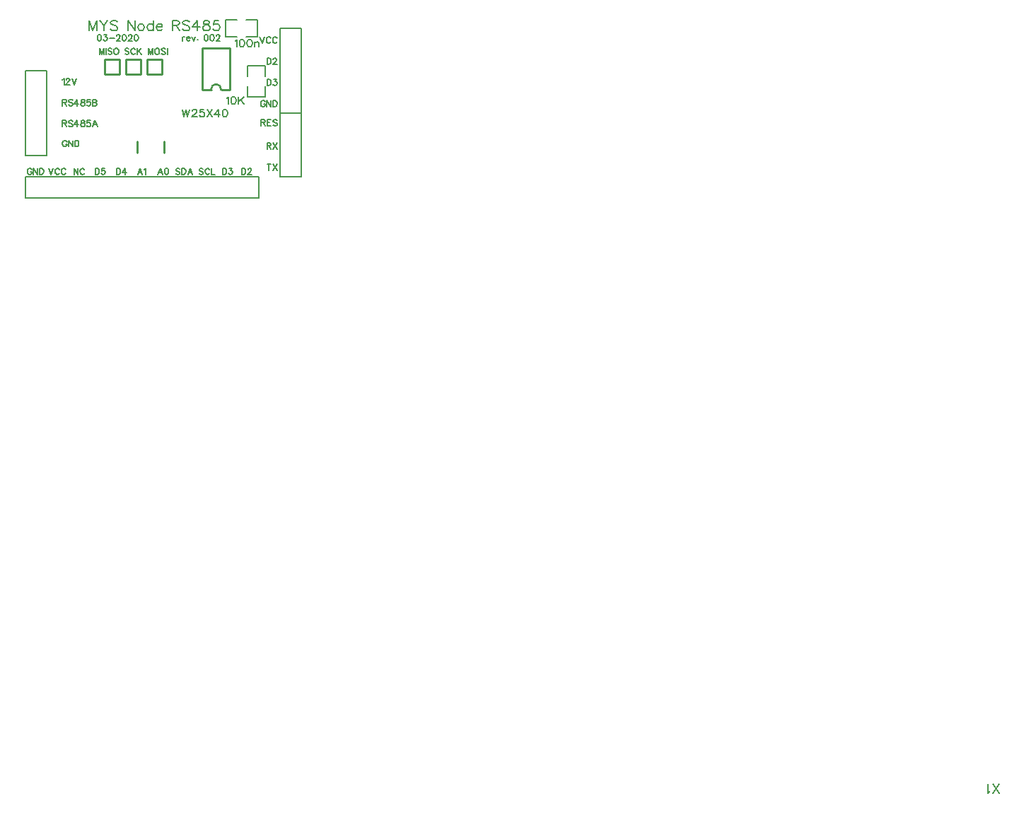
<source format=gto>
G04 Layer: TopSilkLayer*
G04 EasyEDA v6.3.22, 2020-04-13T19:48:14+03:00*
G04 c1887ebba72c451f92d8c784103bdae8,b00fa10de7d64fab8ce431aff4cbea96,10*
G04 Gerber Generator version 0.2*
G04 Scale: 100 percent, Rotated: No, Reflected: No *
G04 Dimensions in inches *
G04 leading zeros omitted , absolute positions ,2 integer and 4 decimal *
%FSLAX24Y24*%
%MOIN*%
G90*
G70D02*

%ADD10C,0.010000*%
%ADD32C,0.007870*%
%ADD33C,0.008000*%
%ADD34C,0.007992*%
%ADD35C,0.007900*%
%ADD36C,0.006000*%

%LPD*%
G54D10*
G01X8863Y5219D02*
G01X8430Y5219D01*
G01X8430Y7184D01*
G01X8430Y7184D02*
G01X9757Y7184D01*
G01X9757Y7184D02*
G01X9757Y5219D01*
G01X9328Y5219D01*
G54D32*
G01X10518Y7692D02*
G01X11038Y7692D01*
G01X11038Y8507D01*
G01X10518Y8507D01*
G01X10072Y7692D02*
G01X9553Y7692D01*
G01X9553Y8507D01*
G01X10072Y8507D01*
G54D10*
G01X5370Y2755D02*
G01X5370Y2244D01*
G01X6629Y2244D02*
G01X6629Y2755D01*
G54D32*
G01X10592Y5381D02*
G01X10592Y4861D01*
G01X11407Y4861D01*
G01X11407Y5381D01*
G01X10592Y5827D02*
G01X10592Y6346D01*
G01X11407Y6346D01*
G01X11407Y5827D01*
G54D33*
G01X13100Y3350D02*
G01X13100Y4100D01*
G01X12100Y4100D01*
G01X12100Y1100D01*
G01X13100Y1100D01*
G54D34*
G01X13100Y1100D02*
G01X13100Y3350D01*
G54D33*
G01X13100Y4100D02*
G01X12100Y4100D01*
G01X12100Y8100D01*
G01X13100Y8100D01*
G01X13100Y7350D01*
G54D34*
G01X13100Y4100D02*
G01X13100Y7350D01*
G54D35*
G01X850Y1100D02*
G01X11100Y1100D01*
G01X100Y1100D02*
G01X850Y1100D01*
G01X100Y100D02*
G01X100Y1100D01*
G01X100Y100D02*
G01X11100Y100D01*
G01X11100Y100D02*
G01X11100Y1100D01*
G54D33*
G01X100Y6100D02*
G01X1100Y6100D01*
G01X1100Y2100D01*
G01X100Y2100D01*
G01X100Y2850D01*
G54D34*
G01X100Y6100D02*
G01X100Y2850D01*
G54D10*
G01X5850Y6650D02*
G01X6550Y6650D01*
G01X6550Y5950D01*
G01X5850Y5950D01*
G01X5850Y6650D01*
G01X3850Y6650D02*
G01X4550Y6650D01*
G01X4550Y5950D01*
G01X3850Y5950D01*
G01X3850Y6650D01*
G01X4850Y6650D02*
G01X5550Y6650D01*
G01X5550Y5950D01*
G01X4850Y5950D01*
G01X4850Y6650D01*
G54D33*
G01X9400Y1499D02*
G01X9400Y1213D01*
G01X9400Y1499D02*
G01X9496Y1499D01*
G01X9535Y1485D01*
G01X9564Y1458D01*
G01X9577Y1431D01*
G01X9590Y1390D01*
G01X9590Y1322D01*
G01X9577Y1281D01*
G01X9564Y1254D01*
G01X9535Y1226D01*
G01X9496Y1213D01*
G01X9400Y1213D01*
G01X9707Y1499D02*
G01X9857Y1499D01*
G01X9777Y1390D01*
G01X9817Y1390D01*
G01X9844Y1376D01*
G01X9857Y1363D01*
G01X9872Y1322D01*
G01X9872Y1294D01*
G01X9857Y1254D01*
G01X9831Y1226D01*
G01X9789Y1213D01*
G01X9748Y1213D01*
G01X9707Y1226D01*
G01X9694Y1240D01*
G01X9681Y1267D01*
G01X8491Y1458D02*
G01X8464Y1485D01*
G01X8423Y1499D01*
G01X8368Y1499D01*
G01X8327Y1485D01*
G01X8300Y1458D01*
G01X8300Y1431D01*
G01X8314Y1404D01*
G01X8327Y1390D01*
G01X8354Y1376D01*
G01X8436Y1349D01*
G01X8464Y1335D01*
G01X8477Y1322D01*
G01X8491Y1294D01*
G01X8491Y1254D01*
G01X8464Y1226D01*
G01X8423Y1213D01*
G01X8368Y1213D01*
G01X8327Y1226D01*
G01X8300Y1254D01*
G01X8785Y1431D02*
G01X8772Y1458D01*
G01X8744Y1485D01*
G01X8717Y1499D01*
G01X8663Y1499D01*
G01X8635Y1485D01*
G01X8608Y1458D01*
G01X8594Y1431D01*
G01X8581Y1390D01*
G01X8581Y1322D01*
G01X8594Y1281D01*
G01X8608Y1254D01*
G01X8635Y1226D01*
G01X8663Y1213D01*
G01X8717Y1213D01*
G01X8744Y1226D01*
G01X8772Y1254D01*
G01X8785Y1281D01*
G01X8875Y1499D02*
G01X8875Y1213D01*
G01X8875Y1213D02*
G01X9039Y1213D01*
G01X7391Y1458D02*
G01X7364Y1485D01*
G01X7323Y1499D01*
G01X7268Y1499D01*
G01X7227Y1485D01*
G01X7200Y1458D01*
G01X7200Y1431D01*
G01X7214Y1404D01*
G01X7227Y1390D01*
G01X7254Y1376D01*
G01X7336Y1349D01*
G01X7364Y1335D01*
G01X7377Y1322D01*
G01X7391Y1294D01*
G01X7391Y1254D01*
G01X7364Y1226D01*
G01X7323Y1213D01*
G01X7268Y1213D01*
G01X7227Y1226D01*
G01X7200Y1254D01*
G01X7481Y1499D02*
G01X7481Y1213D01*
G01X7481Y1499D02*
G01X7576Y1499D01*
G01X7617Y1485D01*
G01X7644Y1458D01*
G01X7658Y1431D01*
G01X7672Y1390D01*
G01X7672Y1322D01*
G01X7658Y1281D01*
G01X7644Y1254D01*
G01X7617Y1226D01*
G01X7576Y1213D01*
G01X7481Y1213D01*
G01X7871Y1499D02*
G01X7762Y1213D01*
G01X7871Y1499D02*
G01X7980Y1213D01*
G01X7803Y1308D02*
G01X7939Y1308D01*
G01X6469Y1504D02*
G01X6360Y1218D01*
G01X6469Y1504D02*
G01X6578Y1218D01*
G01X6401Y1313D02*
G01X6537Y1313D01*
G01X6750Y1504D02*
G01X6709Y1490D01*
G01X6682Y1449D01*
G01X6668Y1381D01*
G01X6668Y1340D01*
G01X6682Y1272D01*
G01X6709Y1231D01*
G01X6750Y1218D01*
G01X6777Y1218D01*
G01X6818Y1231D01*
G01X6845Y1272D01*
G01X6859Y1340D01*
G01X6859Y1381D01*
G01X6845Y1449D01*
G01X6818Y1490D01*
G01X6777Y1504D01*
G01X6750Y1504D01*
G01X5509Y1499D02*
G01X5399Y1213D01*
G01X5509Y1499D02*
G01X5618Y1213D01*
G01X5440Y1308D02*
G01X5577Y1308D01*
G01X5708Y1444D02*
G01X5735Y1458D01*
G01X5776Y1499D01*
G01X5776Y1213D01*
G01X4399Y1499D02*
G01X4399Y1213D01*
G01X4399Y1499D02*
G01X4495Y1499D01*
G01X4536Y1485D01*
G01X4563Y1458D01*
G01X4577Y1431D01*
G01X4590Y1390D01*
G01X4590Y1322D01*
G01X4577Y1281D01*
G01X4563Y1254D01*
G01X4536Y1226D01*
G01X4495Y1213D01*
G01X4399Y1213D01*
G01X4817Y1499D02*
G01X4680Y1308D01*
G01X4885Y1308D01*
G01X4817Y1499D02*
G01X4817Y1213D01*
G01X3400Y1499D02*
G01X3400Y1213D01*
G01X3400Y1499D02*
G01X3496Y1499D01*
G01X3536Y1485D01*
G01X3563Y1458D01*
G01X3576Y1431D01*
G01X3590Y1390D01*
G01X3590Y1322D01*
G01X3576Y1281D01*
G01X3563Y1254D01*
G01X3536Y1226D01*
G01X3496Y1213D01*
G01X3400Y1213D01*
G01X3844Y1499D02*
G01X3707Y1499D01*
G01X3694Y1376D01*
G01X3707Y1390D01*
G01X3748Y1404D01*
G01X3790Y1404D01*
G01X3830Y1390D01*
G01X3857Y1363D01*
G01X3871Y1322D01*
G01X3871Y1294D01*
G01X3857Y1254D01*
G01X3830Y1226D01*
G01X3790Y1213D01*
G01X3748Y1213D01*
G01X3707Y1226D01*
G01X3694Y1240D01*
G01X3680Y1267D01*
G01X2400Y1500D02*
G01X2400Y1213D01*
G01X2400Y1500D02*
G01X2590Y1213D01*
G01X2590Y1500D02*
G01X2590Y1213D01*
G01X2884Y1430D02*
G01X2871Y1459D01*
G01X2844Y1486D01*
G01X2817Y1500D01*
G01X2763Y1500D01*
G01X2734Y1486D01*
G01X2707Y1459D01*
G01X2694Y1430D01*
G01X2680Y1390D01*
G01X2680Y1321D01*
G01X2694Y1280D01*
G01X2707Y1253D01*
G01X2734Y1226D01*
G01X2763Y1213D01*
G01X2817Y1213D01*
G01X2844Y1226D01*
G01X2871Y1253D01*
G01X2884Y1280D01*
G01X1199Y1499D02*
G01X1308Y1213D01*
G01X1417Y1499D02*
G01X1308Y1213D01*
G01X1711Y1431D02*
G01X1698Y1458D01*
G01X1670Y1485D01*
G01X1643Y1499D01*
G01X1589Y1499D01*
G01X1561Y1485D01*
G01X1534Y1458D01*
G01X1520Y1431D01*
G01X1507Y1390D01*
G01X1507Y1322D01*
G01X1520Y1281D01*
G01X1534Y1254D01*
G01X1561Y1226D01*
G01X1589Y1213D01*
G01X1643Y1213D01*
G01X1670Y1226D01*
G01X1698Y1254D01*
G01X1711Y1281D01*
G01X2006Y1431D02*
G01X1992Y1458D01*
G01X1965Y1485D01*
G01X1938Y1499D01*
G01X1883Y1499D01*
G01X1856Y1485D01*
G01X1829Y1458D01*
G01X1815Y1431D01*
G01X1801Y1390D01*
G01X1801Y1322D01*
G01X1815Y1281D01*
G01X1829Y1254D01*
G01X1856Y1226D01*
G01X1883Y1213D01*
G01X1938Y1213D01*
G01X1965Y1226D01*
G01X1992Y1254D01*
G01X2006Y1281D01*
G01X403Y1431D02*
G01X389Y1458D01*
G01X362Y1485D01*
G01X335Y1499D01*
G01X280Y1499D01*
G01X253Y1485D01*
G01X226Y1458D01*
G01X212Y1431D01*
G01X199Y1390D01*
G01X199Y1322D01*
G01X212Y1281D01*
G01X226Y1254D01*
G01X253Y1226D01*
G01X280Y1213D01*
G01X335Y1213D01*
G01X362Y1226D01*
G01X389Y1254D01*
G01X403Y1281D01*
G01X403Y1322D01*
G01X335Y1322D02*
G01X403Y1322D01*
G01X493Y1499D02*
G01X493Y1213D01*
G01X493Y1499D02*
G01X684Y1213D01*
G01X684Y1499D02*
G01X684Y1213D01*
G01X774Y1499D02*
G01X774Y1213D01*
G01X774Y1499D02*
G01X869Y1499D01*
G01X910Y1485D01*
G01X938Y1458D01*
G01X951Y1431D01*
G01X965Y1390D01*
G01X965Y1322D01*
G01X951Y1281D01*
G01X938Y1254D01*
G01X910Y1226D01*
G01X869Y1213D01*
G01X774Y1213D01*
G01X11226Y3799D02*
G01X11226Y3512D01*
G01X11226Y3799D02*
G01X11349Y3799D01*
G01X11390Y3785D01*
G01X11403Y3772D01*
G01X11417Y3744D01*
G01X11417Y3717D01*
G01X11403Y3690D01*
G01X11390Y3676D01*
G01X11349Y3662D01*
G01X11226Y3662D01*
G01X11322Y3662D02*
G01X11417Y3512D01*
G01X11507Y3799D02*
G01X11507Y3512D01*
G01X11507Y3799D02*
G01X11684Y3799D01*
G01X11507Y3662D02*
G01X11616Y3662D01*
G01X11507Y3512D02*
G01X11684Y3512D01*
G01X11965Y3758D02*
G01X11938Y3785D01*
G01X11897Y3799D01*
G01X11842Y3799D01*
G01X11802Y3785D01*
G01X11774Y3758D01*
G01X11774Y3731D01*
G01X11788Y3703D01*
G01X11802Y3690D01*
G01X11829Y3676D01*
G01X11911Y3649D01*
G01X11938Y3635D01*
G01X11952Y3622D01*
G01X11965Y3594D01*
G01X11965Y3553D01*
G01X11938Y3526D01*
G01X11897Y3512D01*
G01X11842Y3512D01*
G01X11802Y3526D01*
G01X11774Y3553D01*
G01X11590Y1699D02*
G01X11590Y1412D01*
G01X11494Y1699D02*
G01X11685Y1699D01*
G01X11775Y1699D02*
G01X11966Y1412D01*
G01X11966Y1699D02*
G01X11775Y1412D01*
G01X11494Y2699D02*
G01X11494Y2412D01*
G01X11494Y2699D02*
G01X11617Y2699D01*
G01X11658Y2685D01*
G01X11671Y2672D01*
G01X11685Y2644D01*
G01X11685Y2617D01*
G01X11671Y2590D01*
G01X11658Y2576D01*
G01X11617Y2562D01*
G01X11494Y2562D01*
G01X11590Y2562D02*
G01X11685Y2412D01*
G01X11775Y2699D02*
G01X11966Y2412D01*
G01X11966Y2699D02*
G01X11775Y2412D01*
G01X11494Y6699D02*
G01X11494Y6412D01*
G01X11494Y6699D02*
G01X11589Y6699D01*
G01X11630Y6685D01*
G01X11658Y6658D01*
G01X11671Y6630D01*
G01X11685Y6590D01*
G01X11685Y6521D01*
G01X11671Y6480D01*
G01X11658Y6453D01*
G01X11630Y6426D01*
G01X11589Y6412D01*
G01X11494Y6412D01*
G01X11789Y6630D02*
G01X11789Y6644D01*
G01X11802Y6671D01*
G01X11816Y6685D01*
G01X11843Y6699D01*
G01X11898Y6699D01*
G01X11925Y6685D01*
G01X11939Y6671D01*
G01X11952Y6644D01*
G01X11952Y6617D01*
G01X11939Y6590D01*
G01X11911Y6549D01*
G01X11775Y6412D01*
G01X11966Y6412D01*
G01X11494Y5699D02*
G01X11494Y5412D01*
G01X11494Y5699D02*
G01X11589Y5699D01*
G01X11630Y5685D01*
G01X11658Y5658D01*
G01X11671Y5630D01*
G01X11685Y5590D01*
G01X11685Y5521D01*
G01X11671Y5480D01*
G01X11658Y5453D01*
G01X11630Y5426D01*
G01X11589Y5412D01*
G01X11494Y5412D01*
G01X11802Y5699D02*
G01X11952Y5699D01*
G01X11870Y5590D01*
G01X11911Y5590D01*
G01X11939Y5576D01*
G01X11952Y5562D01*
G01X11966Y5521D01*
G01X11966Y5494D01*
G01X11952Y5453D01*
G01X11925Y5426D01*
G01X11884Y5412D01*
G01X11843Y5412D01*
G01X11802Y5426D01*
G01X11789Y5440D01*
G01X11775Y5467D01*
G01X11403Y4630D02*
G01X11390Y4658D01*
G01X11363Y4685D01*
G01X11335Y4699D01*
G01X11281Y4699D01*
G01X11253Y4685D01*
G01X11227Y4658D01*
G01X11213Y4630D01*
G01X11200Y4590D01*
G01X11200Y4521D01*
G01X11213Y4480D01*
G01X11227Y4453D01*
G01X11253Y4426D01*
G01X11281Y4412D01*
G01X11335Y4412D01*
G01X11363Y4426D01*
G01X11390Y4453D01*
G01X11403Y4480D01*
G01X11403Y4521D01*
G01X11335Y4521D02*
G01X11403Y4521D01*
G01X11493Y4699D02*
G01X11493Y4412D01*
G01X11493Y4699D02*
G01X11685Y4412D01*
G01X11685Y4699D02*
G01X11685Y4412D01*
G01X11775Y4699D02*
G01X11775Y4412D01*
G01X11775Y4699D02*
G01X11871Y4699D01*
G01X11911Y4685D01*
G01X11939Y4658D01*
G01X11952Y4630D01*
G01X11965Y4590D01*
G01X11965Y4521D01*
G01X11952Y4480D01*
G01X11939Y4453D01*
G01X11911Y4426D01*
G01X11871Y4412D01*
G01X11775Y4412D01*
G01X11158Y7699D02*
G01X11267Y7412D01*
G01X11376Y7699D02*
G01X11267Y7412D01*
G01X11671Y7630D02*
G01X11657Y7658D01*
G01X11630Y7685D01*
G01X11602Y7699D01*
G01X11548Y7699D01*
G01X11521Y7685D01*
G01X11493Y7658D01*
G01X11480Y7630D01*
G01X11466Y7590D01*
G01X11466Y7521D01*
G01X11480Y7480D01*
G01X11493Y7453D01*
G01X11521Y7426D01*
G01X11548Y7412D01*
G01X11602Y7412D01*
G01X11630Y7426D01*
G01X11657Y7453D01*
G01X11671Y7480D01*
G01X11965Y7630D02*
G01X11952Y7658D01*
G01X11924Y7685D01*
G01X11897Y7699D01*
G01X11842Y7699D01*
G01X11815Y7685D01*
G01X11788Y7658D01*
G01X11774Y7630D01*
G01X11761Y7590D01*
G01X11761Y7521D01*
G01X11774Y7480D01*
G01X11788Y7453D01*
G01X11815Y7426D01*
G01X11842Y7412D01*
G01X11897Y7412D01*
G01X11924Y7426D01*
G01X11952Y7453D01*
G01X11965Y7480D01*
G01X3100Y8473D02*
G01X3100Y7994D01*
G01X3100Y8473D02*
G01X3282Y7994D01*
G01X3463Y8473D02*
G01X3282Y7994D01*
G01X3463Y8473D02*
G01X3463Y7994D01*
G01X3613Y8473D02*
G01X3794Y8244D01*
G01X3794Y7994D01*
G01X3976Y8473D02*
G01X3794Y8244D01*
G01X4444Y8405D02*
G01X4400Y8450D01*
G01X4331Y8473D01*
G01X4240Y8473D01*
G01X4173Y8450D01*
G01X4126Y8405D01*
G01X4126Y8359D01*
G01X4150Y8313D01*
G01X4173Y8290D01*
G01X4218Y8267D01*
G01X4355Y8223D01*
G01X4400Y8200D01*
G01X4422Y8176D01*
G01X4444Y8132D01*
G01X4444Y8063D01*
G01X4400Y8017D01*
G01X4331Y7994D01*
G01X4240Y7994D01*
G01X4173Y8017D01*
G01X4126Y8063D01*
G01X4944Y8473D02*
G01X4944Y7994D01*
G01X4944Y8473D02*
G01X5264Y7994D01*
G01X5264Y8473D02*
G01X5264Y7994D01*
G01X5527Y8313D02*
G01X5481Y8290D01*
G01X5435Y8244D01*
G01X5414Y8176D01*
G01X5414Y8132D01*
G01X5435Y8063D01*
G01X5481Y8017D01*
G01X5527Y7994D01*
G01X5594Y7994D01*
G01X5640Y8017D01*
G01X5685Y8063D01*
G01X5709Y8132D01*
G01X5709Y8176D01*
G01X5685Y8244D01*
G01X5640Y8290D01*
G01X5594Y8313D01*
G01X5527Y8313D01*
G01X6131Y8473D02*
G01X6131Y7994D01*
G01X6131Y8244D02*
G01X6085Y8290D01*
G01X6040Y8313D01*
G01X5972Y8313D01*
G01X5927Y8290D01*
G01X5881Y8244D01*
G01X5859Y8176D01*
G01X5859Y8132D01*
G01X5881Y8063D01*
G01X5927Y8017D01*
G01X5972Y7994D01*
G01X6040Y7994D01*
G01X6085Y8017D01*
G01X6131Y8063D01*
G01X6281Y8176D02*
G01X6555Y8176D01*
G01X6555Y8223D01*
G01X6531Y8267D01*
G01X6509Y8290D01*
G01X6464Y8313D01*
G01X6394Y8313D01*
G01X6350Y8290D01*
G01X6305Y8244D01*
G01X6281Y8176D01*
G01X6281Y8132D01*
G01X6305Y8063D01*
G01X6350Y8017D01*
G01X6394Y7994D01*
G01X6464Y7994D01*
G01X6509Y8017D01*
G01X6555Y8063D01*
G01X7055Y8473D02*
G01X7055Y7994D01*
G01X7055Y8473D02*
G01X7259Y8473D01*
G01X7327Y8450D01*
G01X7350Y8426D01*
G01X7372Y8382D01*
G01X7372Y8336D01*
G01X7350Y8290D01*
G01X7327Y8267D01*
G01X7259Y8244D01*
G01X7055Y8244D01*
G01X7214Y8244D02*
G01X7372Y7994D01*
G01X7840Y8405D02*
G01X7794Y8450D01*
G01X7727Y8473D01*
G01X7635Y8473D01*
G01X7568Y8450D01*
G01X7522Y8405D01*
G01X7522Y8359D01*
G01X7544Y8313D01*
G01X7568Y8290D01*
G01X7614Y8267D01*
G01X7750Y8223D01*
G01X7794Y8200D01*
G01X7818Y8176D01*
G01X7840Y8132D01*
G01X7840Y8063D01*
G01X7794Y8017D01*
G01X7727Y7994D01*
G01X7635Y7994D01*
G01X7568Y8017D01*
G01X7522Y8063D01*
G01X8218Y8473D02*
G01X7990Y8155D01*
G01X8331Y8155D01*
G01X8218Y8473D02*
G01X8218Y7994D01*
G01X8594Y8473D02*
G01X8527Y8450D01*
G01X8505Y8405D01*
G01X8505Y8359D01*
G01X8527Y8313D01*
G01X8572Y8290D01*
G01X8664Y8267D01*
G01X8731Y8244D01*
G01X8777Y8200D01*
G01X8800Y8155D01*
G01X8800Y8086D01*
G01X8777Y8040D01*
G01X8755Y8017D01*
G01X8685Y7994D01*
G01X8594Y7994D01*
G01X8527Y8017D01*
G01X8505Y8040D01*
G01X8481Y8086D01*
G01X8481Y8155D01*
G01X8505Y8200D01*
G01X8550Y8244D01*
G01X8618Y8267D01*
G01X8709Y8290D01*
G01X8755Y8313D01*
G01X8777Y8359D01*
G01X8777Y8405D01*
G01X8755Y8450D01*
G01X8685Y8473D01*
G01X8594Y8473D01*
G01X9222Y8473D02*
G01X8994Y8473D01*
G01X8972Y8267D01*
G01X8994Y8290D01*
G01X9064Y8313D01*
G01X9131Y8313D01*
G01X9200Y8290D01*
G01X9244Y8244D01*
G01X9268Y8176D01*
G01X9268Y8132D01*
G01X9244Y8063D01*
G01X9200Y8017D01*
G01X9131Y7994D01*
G01X9064Y7994D01*
G01X8994Y8017D01*
G01X8972Y8040D01*
G01X8950Y8086D01*
G01X7500Y7707D02*
G01X7500Y7515D01*
G01X7500Y7625D02*
G01X7514Y7665D01*
G01X7540Y7694D01*
G01X7568Y7707D01*
G01X7609Y7707D01*
G01X7698Y7625D02*
G01X7863Y7625D01*
G01X7863Y7653D01*
G01X7848Y7680D01*
G01X7835Y7694D01*
G01X7807Y7707D01*
G01X7767Y7707D01*
G01X7739Y7694D01*
G01X7713Y7665D01*
G01X7698Y7625D01*
G01X7698Y7598D01*
G01X7713Y7557D01*
G01X7739Y7530D01*
G01X7767Y7515D01*
G01X7807Y7515D01*
G01X7835Y7530D01*
G01X7863Y7557D01*
G01X7952Y7707D02*
G01X8035Y7515D01*
G01X8115Y7707D02*
G01X8035Y7515D01*
G01X8219Y7584D02*
G01X8206Y7571D01*
G01X8219Y7557D01*
G01X8234Y7571D01*
G01X8219Y7584D01*
G01X8614Y7803D02*
G01X8575Y7788D01*
G01X8547Y7748D01*
G01X8534Y7680D01*
G01X8534Y7638D01*
G01X8547Y7571D01*
G01X8575Y7530D01*
G01X8614Y7515D01*
G01X8643Y7515D01*
G01X8684Y7530D01*
G01X8710Y7571D01*
G01X8725Y7638D01*
G01X8725Y7680D01*
G01X8710Y7748D01*
G01X8684Y7788D01*
G01X8643Y7803D01*
G01X8614Y7803D01*
G01X8896Y7803D02*
G01X8855Y7788D01*
G01X8827Y7748D01*
G01X8814Y7680D01*
G01X8814Y7638D01*
G01X8827Y7571D01*
G01X8855Y7530D01*
G01X8896Y7515D01*
G01X8923Y7515D01*
G01X8964Y7530D01*
G01X8992Y7571D01*
G01X9005Y7638D01*
G01X9005Y7680D01*
G01X8992Y7748D01*
G01X8964Y7788D01*
G01X8923Y7803D01*
G01X8896Y7803D01*
G01X9109Y7734D02*
G01X9109Y7748D01*
G01X9122Y7775D01*
G01X9135Y7788D01*
G01X9164Y7803D01*
G01X9218Y7803D01*
G01X9244Y7788D01*
G01X9259Y7775D01*
G01X9272Y7748D01*
G01X9272Y7721D01*
G01X9259Y7694D01*
G01X9231Y7653D01*
G01X9094Y7515D01*
G01X9285Y7515D01*
G01X3582Y7803D02*
G01X3540Y7788D01*
G01X3513Y7748D01*
G01X3500Y7680D01*
G01X3500Y7638D01*
G01X3513Y7571D01*
G01X3540Y7530D01*
G01X3582Y7515D01*
G01X3609Y7515D01*
G01X3650Y7530D01*
G01X3676Y7571D01*
G01X3690Y7638D01*
G01X3690Y7680D01*
G01X3676Y7748D01*
G01X3650Y7788D01*
G01X3609Y7803D01*
G01X3582Y7803D01*
G01X3807Y7803D02*
G01X3957Y7803D01*
G01X3876Y7694D01*
G01X3917Y7694D01*
G01X3944Y7680D01*
G01X3957Y7665D01*
G01X3971Y7625D01*
G01X3971Y7598D01*
G01X3957Y7557D01*
G01X3930Y7530D01*
G01X3890Y7515D01*
G01X3848Y7515D01*
G01X3807Y7530D01*
G01X3794Y7544D01*
G01X3780Y7571D01*
G01X4061Y7638D02*
G01X4306Y7638D01*
G01X4410Y7734D02*
G01X4410Y7748D01*
G01X4425Y7775D01*
G01X4438Y7788D01*
G01X4464Y7803D01*
G01X4519Y7803D01*
G01X4547Y7788D01*
G01X4560Y7775D01*
G01X4575Y7748D01*
G01X4575Y7721D01*
G01X4560Y7694D01*
G01X4534Y7653D01*
G01X4397Y7515D01*
G01X4588Y7515D01*
G01X4760Y7803D02*
G01X4718Y7788D01*
G01X4692Y7748D01*
G01X4677Y7680D01*
G01X4677Y7638D01*
G01X4692Y7571D01*
G01X4718Y7530D01*
G01X4760Y7515D01*
G01X4786Y7515D01*
G01X4827Y7530D01*
G01X4855Y7571D01*
G01X4868Y7638D01*
G01X4868Y7680D01*
G01X4855Y7748D01*
G01X4827Y7788D01*
G01X4786Y7803D01*
G01X4760Y7803D01*
G01X4972Y7734D02*
G01X4972Y7748D01*
G01X4985Y7775D01*
G01X5000Y7788D01*
G01X5027Y7803D01*
G01X5081Y7803D01*
G01X5109Y7788D01*
G01X5122Y7775D01*
G01X5135Y7748D01*
G01X5135Y7721D01*
G01X5122Y7694D01*
G01X5094Y7653D01*
G01X4959Y7515D01*
G01X5150Y7515D01*
G01X5322Y7803D02*
G01X5281Y7788D01*
G01X5253Y7748D01*
G01X5239Y7680D01*
G01X5239Y7638D01*
G01X5253Y7571D01*
G01X5281Y7530D01*
G01X5322Y7515D01*
G01X5348Y7515D01*
G01X5389Y7530D01*
G01X5417Y7571D01*
G01X5431Y7638D01*
G01X5431Y7680D01*
G01X5417Y7748D01*
G01X5389Y7788D01*
G01X5348Y7803D01*
G01X5322Y7803D01*
G01X10300Y1499D02*
G01X10300Y1213D01*
G01X10300Y1499D02*
G01X10396Y1499D01*
G01X10435Y1485D01*
G01X10464Y1458D01*
G01X10477Y1431D01*
G01X10490Y1390D01*
G01X10490Y1322D01*
G01X10477Y1281D01*
G01X10464Y1254D01*
G01X10435Y1226D01*
G01X10396Y1213D01*
G01X10300Y1213D01*
G01X10594Y1431D02*
G01X10594Y1444D01*
G01X10607Y1472D01*
G01X10622Y1485D01*
G01X10648Y1499D01*
G01X10703Y1499D01*
G01X10731Y1485D01*
G01X10744Y1472D01*
G01X10757Y1444D01*
G01X10757Y1417D01*
G01X10744Y1390D01*
G01X10717Y1349D01*
G01X10581Y1213D01*
G01X10772Y1213D01*
G01X2064Y2752D02*
G01X2050Y2779D01*
G01X2023Y2806D01*
G01X1996Y2820D01*
G01X1941Y2820D01*
G01X1914Y2806D01*
G01X1887Y2779D01*
G01X1873Y2752D01*
G01X1860Y2711D01*
G01X1860Y2643D01*
G01X1873Y2602D01*
G01X1887Y2575D01*
G01X1914Y2547D01*
G01X1941Y2534D01*
G01X1996Y2534D01*
G01X2023Y2547D01*
G01X2050Y2575D01*
G01X2064Y2602D01*
G01X2064Y2643D01*
G01X1996Y2643D02*
G01X2064Y2643D01*
G01X2154Y2820D02*
G01X2154Y2534D01*
G01X2154Y2820D02*
G01X2345Y2534D01*
G01X2345Y2820D02*
G01X2345Y2534D01*
G01X2435Y2820D02*
G01X2435Y2534D01*
G01X2435Y2820D02*
G01X2530Y2820D01*
G01X2571Y2806D01*
G01X2599Y2779D01*
G01X2612Y2752D01*
G01X2626Y2711D01*
G01X2626Y2643D01*
G01X2612Y2602D01*
G01X2599Y2575D01*
G01X2571Y2547D01*
G01X2530Y2534D01*
G01X2435Y2534D01*
G01X1860Y5685D02*
G01X1887Y5699D01*
G01X1928Y5740D01*
G01X1928Y5453D01*
G01X2032Y5671D02*
G01X2032Y5685D01*
G01X2045Y5712D01*
G01X2059Y5726D01*
G01X2086Y5740D01*
G01X2141Y5740D01*
G01X2168Y5726D01*
G01X2182Y5712D01*
G01X2195Y5685D01*
G01X2195Y5658D01*
G01X2182Y5631D01*
G01X2155Y5590D01*
G01X2018Y5453D01*
G01X2209Y5453D01*
G01X2299Y5740D02*
G01X2408Y5453D01*
G01X2517Y5740D02*
G01X2408Y5453D01*
G01X1859Y4739D02*
G01X1859Y4452D01*
G01X1859Y4739D02*
G01X1982Y4739D01*
G01X2023Y4725D01*
G01X2036Y4711D01*
G01X2051Y4684D01*
G01X2051Y4657D01*
G01X2036Y4630D01*
G01X2023Y4616D01*
G01X1982Y4602D01*
G01X1859Y4602D01*
G01X1955Y4602D02*
G01X2051Y4452D01*
G01X2332Y4698D02*
G01X2305Y4725D01*
G01X2263Y4739D01*
G01X2209Y4739D01*
G01X2167Y4725D01*
G01X2140Y4698D01*
G01X2140Y4670D01*
G01X2155Y4643D01*
G01X2167Y4630D01*
G01X2194Y4616D01*
G01X2276Y4589D01*
G01X2305Y4575D01*
G01X2317Y4561D01*
G01X2332Y4534D01*
G01X2332Y4493D01*
G01X2305Y4466D01*
G01X2263Y4452D01*
G01X2209Y4452D01*
G01X2167Y4466D01*
G01X2140Y4493D01*
G01X2557Y4739D02*
G01X2421Y4548D01*
G01X2626Y4548D01*
G01X2557Y4739D02*
G01X2557Y4452D01*
G01X2784Y4739D02*
G01X2744Y4725D01*
G01X2730Y4698D01*
G01X2730Y4670D01*
G01X2744Y4643D01*
G01X2771Y4630D01*
G01X2825Y4616D01*
G01X2865Y4602D01*
G01X2894Y4575D01*
G01X2907Y4548D01*
G01X2907Y4507D01*
G01X2894Y4480D01*
G01X2880Y4466D01*
G01X2838Y4452D01*
G01X2784Y4452D01*
G01X2744Y4466D01*
G01X2730Y4480D01*
G01X2715Y4507D01*
G01X2715Y4548D01*
G01X2730Y4575D01*
G01X2757Y4602D01*
G01X2798Y4616D01*
G01X2853Y4630D01*
G01X2880Y4643D01*
G01X2894Y4670D01*
G01X2894Y4698D01*
G01X2880Y4725D01*
G01X2838Y4739D01*
G01X2784Y4739D01*
G01X3161Y4739D02*
G01X3025Y4739D01*
G01X3011Y4616D01*
G01X3025Y4630D01*
G01X3065Y4643D01*
G01X3105Y4643D01*
G01X3146Y4630D01*
G01X3175Y4602D01*
G01X3188Y4561D01*
G01X3188Y4534D01*
G01X3175Y4493D01*
G01X3146Y4466D01*
G01X3105Y4452D01*
G01X3065Y4452D01*
G01X3025Y4466D01*
G01X3011Y4480D01*
G01X2996Y4507D01*
G01X3278Y4739D02*
G01X3278Y4452D01*
G01X3278Y4739D02*
G01X3401Y4739D01*
G01X3442Y4725D01*
G01X3455Y4711D01*
G01X3469Y4684D01*
G01X3469Y4657D01*
G01X3455Y4630D01*
G01X3442Y4616D01*
G01X3401Y4602D01*
G01X3278Y4602D02*
G01X3401Y4602D01*
G01X3442Y4589D01*
G01X3455Y4575D01*
G01X3469Y4548D01*
G01X3469Y4507D01*
G01X3455Y4480D01*
G01X3442Y4466D01*
G01X3401Y4452D01*
G01X3278Y4452D01*
G01X1860Y3759D02*
G01X1860Y3472D01*
G01X1860Y3759D02*
G01X1983Y3759D01*
G01X2024Y3745D01*
G01X2037Y3731D01*
G01X2051Y3704D01*
G01X2051Y3677D01*
G01X2037Y3650D01*
G01X2024Y3636D01*
G01X1983Y3622D01*
G01X1860Y3622D01*
G01X1955Y3622D02*
G01X2051Y3472D01*
G01X2332Y3718D02*
G01X2305Y3745D01*
G01X2264Y3759D01*
G01X2209Y3759D01*
G01X2168Y3745D01*
G01X2141Y3718D01*
G01X2141Y3690D01*
G01X2155Y3663D01*
G01X2168Y3650D01*
G01X2195Y3636D01*
G01X2277Y3609D01*
G01X2305Y3595D01*
G01X2318Y3581D01*
G01X2332Y3554D01*
G01X2332Y3513D01*
G01X2305Y3486D01*
G01X2264Y3472D01*
G01X2209Y3472D01*
G01X2168Y3486D01*
G01X2141Y3513D01*
G01X2558Y3759D02*
G01X2422Y3568D01*
G01X2626Y3568D01*
G01X2558Y3759D02*
G01X2558Y3472D01*
G01X2785Y3759D02*
G01X2744Y3745D01*
G01X2730Y3718D01*
G01X2730Y3690D01*
G01X2744Y3663D01*
G01X2771Y3650D01*
G01X2825Y3636D01*
G01X2866Y3622D01*
G01X2894Y3595D01*
G01X2907Y3568D01*
G01X2907Y3527D01*
G01X2894Y3500D01*
G01X2880Y3486D01*
G01X2839Y3472D01*
G01X2785Y3472D01*
G01X2744Y3486D01*
G01X2730Y3500D01*
G01X2716Y3527D01*
G01X2716Y3568D01*
G01X2730Y3595D01*
G01X2757Y3622D01*
G01X2798Y3636D01*
G01X2853Y3650D01*
G01X2880Y3663D01*
G01X2894Y3690D01*
G01X2894Y3718D01*
G01X2880Y3745D01*
G01X2839Y3759D01*
G01X2785Y3759D01*
G01X3161Y3759D02*
G01X3025Y3759D01*
G01X3011Y3636D01*
G01X3025Y3650D01*
G01X3065Y3663D01*
G01X3106Y3663D01*
G01X3147Y3650D01*
G01X3175Y3622D01*
G01X3188Y3581D01*
G01X3188Y3554D01*
G01X3175Y3513D01*
G01X3147Y3486D01*
G01X3106Y3472D01*
G01X3065Y3472D01*
G01X3025Y3486D01*
G01X3011Y3500D01*
G01X2997Y3527D01*
G01X3387Y3759D02*
G01X3278Y3472D01*
G01X3387Y3759D02*
G01X3496Y3472D01*
G01X3319Y3568D02*
G01X3455Y3568D01*
G01X4990Y7123D02*
G01X4964Y7150D01*
G01X4922Y7164D01*
G01X4868Y7164D01*
G01X4827Y7150D01*
G01X4800Y7123D01*
G01X4800Y7095D01*
G01X4814Y7068D01*
G01X4827Y7055D01*
G01X4855Y7041D01*
G01X4935Y7014D01*
G01X4964Y7000D01*
G01X4977Y6986D01*
G01X4990Y6959D01*
G01X4990Y6918D01*
G01X4964Y6891D01*
G01X4922Y6877D01*
G01X4868Y6877D01*
G01X4827Y6891D01*
G01X4800Y6918D01*
G01X5285Y7095D02*
G01X5272Y7123D01*
G01X5244Y7150D01*
G01X5217Y7164D01*
G01X5163Y7164D01*
G01X5135Y7150D01*
G01X5107Y7123D01*
G01X5094Y7095D01*
G01X5081Y7055D01*
G01X5081Y6986D01*
G01X5094Y6945D01*
G01X5107Y6918D01*
G01X5135Y6891D01*
G01X5163Y6877D01*
G01X5217Y6877D01*
G01X5244Y6891D01*
G01X5272Y6918D01*
G01X5285Y6945D01*
G01X5375Y7164D02*
G01X5375Y6877D01*
G01X5565Y7164D02*
G01X5375Y6973D01*
G01X5443Y7041D02*
G01X5565Y6877D01*
G01X3600Y7164D02*
G01X3600Y6877D01*
G01X3600Y7164D02*
G01X3709Y6877D01*
G01X3817Y7164D02*
G01X3709Y6877D01*
G01X3817Y7164D02*
G01X3817Y6877D01*
G01X3907Y7164D02*
G01X3907Y6877D01*
G01X4188Y7123D02*
G01X4161Y7150D01*
G01X4121Y7164D01*
G01X4065Y7164D01*
G01X4025Y7150D01*
G01X3998Y7123D01*
G01X3998Y7095D01*
G01X4011Y7068D01*
G01X4025Y7055D01*
G01X4053Y7041D01*
G01X4134Y7014D01*
G01X4161Y7000D01*
G01X4175Y6986D01*
G01X4188Y6959D01*
G01X4188Y6918D01*
G01X4161Y6891D01*
G01X4121Y6877D01*
G01X4065Y6877D01*
G01X4025Y6891D01*
G01X3998Y6918D01*
G01X4360Y7164D02*
G01X4334Y7150D01*
G01X4306Y7123D01*
G01X4293Y7095D01*
G01X4278Y7055D01*
G01X4278Y6986D01*
G01X4293Y6945D01*
G01X4306Y6918D01*
G01X4334Y6891D01*
G01X4360Y6877D01*
G01X4414Y6877D01*
G01X4443Y6891D01*
G01X4469Y6918D01*
G01X4484Y6945D01*
G01X4497Y6986D01*
G01X4497Y7055D01*
G01X4484Y7095D01*
G01X4469Y7123D01*
G01X4443Y7150D01*
G01X4414Y7164D01*
G01X4360Y7164D01*
G01X5900Y7164D02*
G01X5900Y6877D01*
G01X5900Y7164D02*
G01X6009Y6877D01*
G01X6118Y7164D02*
G01X6009Y6877D01*
G01X6118Y7164D02*
G01X6118Y6877D01*
G01X6289Y7164D02*
G01X6263Y7150D01*
G01X6235Y7123D01*
G01X6222Y7095D01*
G01X6207Y7055D01*
G01X6207Y6986D01*
G01X6222Y6945D01*
G01X6235Y6918D01*
G01X6263Y6891D01*
G01X6289Y6877D01*
G01X6344Y6877D01*
G01X6372Y6891D01*
G01X6398Y6918D01*
G01X6413Y6945D01*
G01X6426Y6986D01*
G01X6426Y7055D01*
G01X6413Y7095D01*
G01X6398Y7123D01*
G01X6372Y7150D01*
G01X6344Y7164D01*
G01X6289Y7164D01*
G01X6706Y7123D02*
G01X6680Y7150D01*
G01X6639Y7164D01*
G01X6585Y7164D01*
G01X6543Y7150D01*
G01X6515Y7123D01*
G01X6515Y7095D01*
G01X6530Y7068D01*
G01X6543Y7055D01*
G01X6571Y7041D01*
G01X6652Y7014D01*
G01X6680Y7000D01*
G01X6693Y6986D01*
G01X6706Y6959D01*
G01X6706Y6918D01*
G01X6680Y6891D01*
G01X6639Y6877D01*
G01X6585Y6877D01*
G01X6543Y6891D01*
G01X6515Y6918D01*
G01X6797Y7164D02*
G01X6797Y6877D01*
G54D36*
G01X7500Y4282D02*
G01X7585Y3921D01*
G01X7672Y4282D02*
G01X7585Y3921D01*
G01X7672Y4282D02*
G01X7759Y3921D01*
G01X7844Y4282D02*
G01X7759Y3921D01*
G01X7977Y4196D02*
G01X7977Y4213D01*
G01X7993Y4248D01*
G01X8010Y4265D01*
G01X8046Y4282D01*
G01X8114Y4282D01*
G01X8148Y4265D01*
G01X8167Y4248D01*
G01X8184Y4213D01*
G01X8184Y4180D01*
G01X8167Y4144D01*
G01X8131Y4092D01*
G01X7959Y3921D01*
G01X8201Y3921D01*
G01X8522Y4282D02*
G01X8350Y4282D01*
G01X8332Y4128D01*
G01X8350Y4144D01*
G01X8402Y4163D01*
G01X8452Y4163D01*
G01X8505Y4144D01*
G01X8539Y4111D01*
G01X8556Y4059D01*
G01X8556Y4023D01*
G01X8539Y3973D01*
G01X8505Y3938D01*
G01X8452Y3921D01*
G01X8402Y3921D01*
G01X8350Y3938D01*
G01X8332Y3955D01*
G01X8314Y3990D01*
G01X8671Y4282D02*
G01X8913Y3921D01*
G01X8913Y4282D02*
G01X8671Y3921D01*
G01X9200Y4282D02*
G01X9027Y4042D01*
G01X9285Y4042D01*
G01X9200Y4282D02*
G01X9200Y3921D01*
G01X9503Y4282D02*
G01X9452Y4265D01*
G01X9417Y4213D01*
G01X9400Y4128D01*
G01X9400Y4076D01*
G01X9417Y3990D01*
G01X9452Y3938D01*
G01X9503Y3921D01*
G01X9538Y3921D01*
G01X9589Y3938D01*
G01X9625Y3990D01*
G01X9642Y4076D01*
G01X9642Y4128D01*
G01X9625Y4213D01*
G01X9589Y4265D01*
G01X9538Y4282D01*
G01X9503Y4282D01*
G01X10000Y7513D02*
G01X10035Y7532D01*
G01X10085Y7582D01*
G01X10085Y7221D01*
G01X10303Y7582D02*
G01X10252Y7565D01*
G01X10218Y7513D01*
G01X10200Y7428D01*
G01X10200Y7376D01*
G01X10218Y7290D01*
G01X10252Y7238D01*
G01X10303Y7221D01*
G01X10339Y7221D01*
G01X10389Y7238D01*
G01X10425Y7290D01*
G01X10442Y7376D01*
G01X10442Y7428D01*
G01X10425Y7513D01*
G01X10389Y7565D01*
G01X10339Y7582D01*
G01X10303Y7582D01*
G01X10660Y7582D02*
G01X10607Y7565D01*
G01X10572Y7513D01*
G01X10556Y7428D01*
G01X10556Y7376D01*
G01X10572Y7290D01*
G01X10607Y7238D01*
G01X10660Y7221D01*
G01X10693Y7221D01*
G01X10746Y7238D01*
G01X10781Y7290D01*
G01X10797Y7376D01*
G01X10797Y7428D01*
G01X10781Y7513D01*
G01X10746Y7565D01*
G01X10693Y7582D01*
G01X10660Y7582D01*
G01X10911Y7463D02*
G01X10911Y7221D01*
G01X10911Y7392D02*
G01X10964Y7444D01*
G01X10997Y7463D01*
G01X11050Y7463D01*
G01X11085Y7444D01*
G01X11102Y7392D01*
G01X11102Y7221D01*
G01X46000Y-27953D02*
G01X45714Y-27525D01*
G01X45714Y-27953D02*
G01X46000Y-27525D01*
G01X45579Y-27871D02*
G01X45538Y-27892D01*
G01X45476Y-27953D01*
G01X45476Y-27525D01*
G01X9600Y4813D02*
G01X9635Y4832D01*
G01X9685Y4882D01*
G01X9685Y4521D01*
G01X9903Y4882D02*
G01X9852Y4865D01*
G01X9818Y4813D01*
G01X9800Y4728D01*
G01X9800Y4676D01*
G01X9818Y4590D01*
G01X9852Y4538D01*
G01X9903Y4521D01*
G01X9939Y4521D01*
G01X9989Y4538D01*
G01X10025Y4590D01*
G01X10042Y4676D01*
G01X10042Y4728D01*
G01X10025Y4813D01*
G01X9989Y4865D01*
G01X9939Y4882D01*
G01X9903Y4882D01*
G01X10156Y4882D02*
G01X10156Y4521D01*
G01X10397Y4882D02*
G01X10156Y4642D01*
G01X10243Y4728D02*
G01X10397Y4521D01*
G54D10*
G75*
G01X8864Y5220D02*
G02X9328Y5220I232J17D01*
G01*
M00*
M02*

</source>
